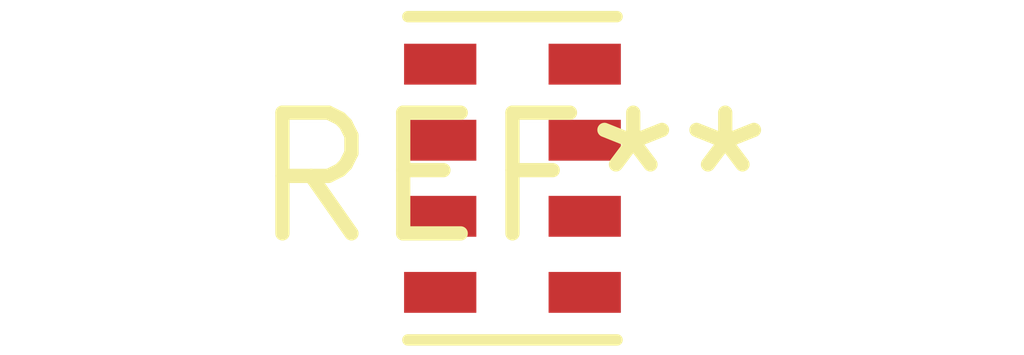
<source format=kicad_pcb>
(kicad_pcb (version 20240108) (generator pcbnew)
  (layers (0 "F.Cu" signal) (31 "B.Cu" signal) (34 "B.Paste" user) (35 "F.Paste" user) (36 "B.SilkS" user "B.Silkscreen") (37 "F.SilkS" user "F.Silkscreen") (38 "B.Mask" user) (39 "F.Mask" user) (44 "Edge.Cuts" user))
  (net 0 "")
  (footprint "R_Cat16-4" (layer "F.Cu") (at 0 0)
    (property "Reference" "REF**")
    (property "Value" "R_Cat16-4")
    (fp_line (start 1.1 -1.7) (end -1.1 -1.7) (layer "F.SilkS") (stroke (width 0.12)))
    (fp_line (start 1.1 1.7) (end -1.1 1.7) (layer "F.SilkS") (stroke (width 0.12)))
    (pad "1" smd rect (at -0.76 -1.2 180) (size 0.76 0.43) (layers "F.Cu" "F.Paste" "F.Mask"))
    (pad "2" smd rect (at -0.76 -0.4 180) (size 0.76 0.43) (layers "F.Cu" "F.Paste" "F.Mask"))
    (pad "3" smd rect (at -0.76 0.4 180) (size 0.76 0.43) (layers "F.Cu" "F.Paste" "F.Mask"))
    (pad "4" smd rect (at -0.76 1.2 180) (size 0.76 0.43) (layers "F.Cu" "F.Paste" "F.Mask"))
    (pad "5" smd rect (at 0.76 1.2 180) (size 0.76 0.43) (layers "F.Cu" "F.Paste" "F.Mask"))
    (pad "6" smd rect (at 0.76 0.4 180) (size 0.76 0.43) (layers "F.Cu" "F.Paste" "F.Mask"))
    (pad "7" smd rect (at 0.76 -0.4 180) (size 0.76 0.43) (layers "F.Cu" "F.Paste" "F.Mask"))
    (pad "8" smd rect (at 0.76 -1.2 180) (size 0.76 0.43) (layers "F.Cu" "F.Paste" "F.Mask"))
  )
)
</source>
